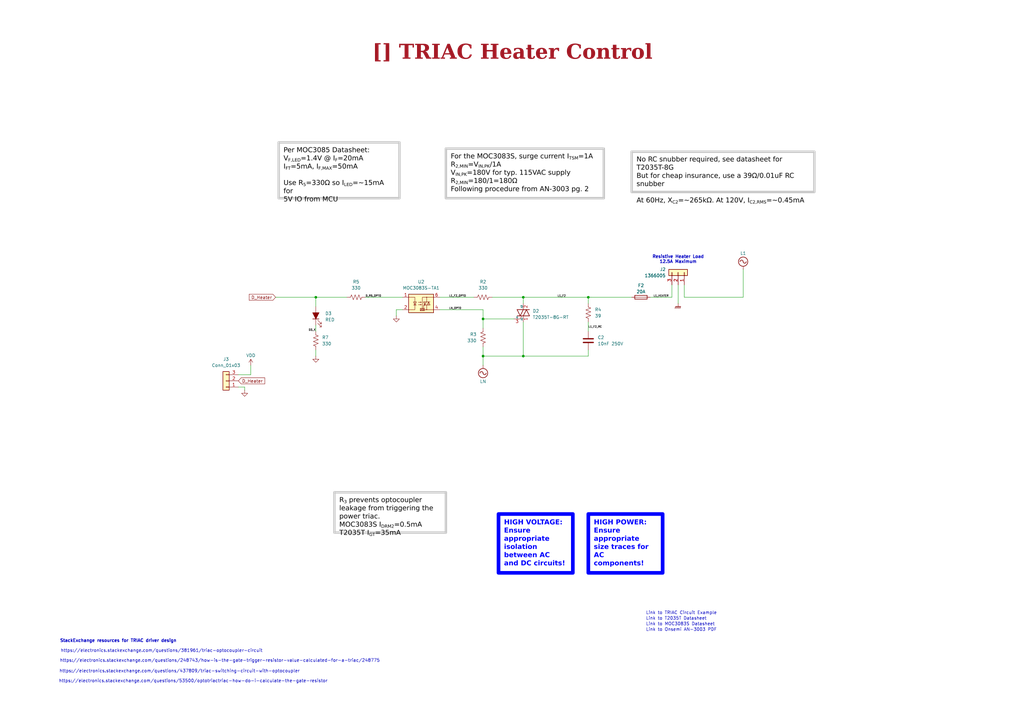
<source format=kicad_sch>
(kicad_sch (version 20250114) (generator "eeschema") (generator_version "9.0")
  (paper "A3")
  (title_block (title "TRIAC Heater Control") (date "2025-09-09") (rev "${REVISION}") (company "${COMPANY}"))
  (lib_symbols
    (symbol "Connector_Generic:Conn_01x03" (pin_names (offset 1.016) (hide yes))
      (property "Reference" "J" (at 0 5.08 0))
      (property "Value" "Conn_01x03" (at 0 -5.08 0))
      (symbol "Conn_01x03_1_1"
        (rectangle (start -1.27 3.81) (end 1.27 -3.81) (stroke (width 0.254)) (fill (type background)))
        (rectangle (start -1.27 2.667) (end 0 2.413) (stroke (width 0.1524)))
        (rectangle (start -1.27 0.127) (end 0 -0.127) (stroke (width 0.1524)))
        (rectangle (start -1.27 -2.413) (end 0 -2.667) (stroke (width 0.1524)))
        (pin passive line (at -5.08 2.54 0) (length 3.81) (name "Pin_1") (number "1"))
        (pin passive line (at -5.08 0 0) (length 3.81) (name "Pin_2") (number "2"))
        (pin passive line (at -5.08 -2.54 0) (length 3.81) (name "Pin_3") (number "3"))
      )
    )
    (symbol "Device:C" (pin_numbers (hide yes)) (pin_names (offset 0.254))
      (property "Reference" "C" (at 0.635 2.54 0))
      (property "Value" "C" (at 0.635 -2.54 0))
      (symbol "C_0_1"
        (polyline (pts (xy -2.032 0.762) (xy 2.032 0.762)) (stroke (width 0.508)))
        (polyline (pts (xy -2.032 -0.762) (xy 2.032 -0.762)) (stroke (width 0.508)))
      )
      (symbol "C_1_1"
        (pin passive line (at 0 3.81 270) (length 2.794) (name "~") (number "1"))
        (pin passive line (at 0 -3.81 90) (length 2.794) (name "~") (number "2"))
      )
    )
    (symbol "Device:Fuse" (pin_numbers (hide yes)) (pin_names (offset 0))
      (property "Reference" "F" (at 2.032 0 90))
      (property "Value" "Fuse" (at -1.905 0 90))
      (symbol "Fuse_0_1"
        (rectangle (start -0.762 -2.54) (end 0.762 2.54) (stroke (width 0.254)))
        (polyline (pts (xy 0 2.54) (xy 0 -2.54)))
      )
      (symbol "Fuse_1_1"
        (pin passive line (at 0 3.81 270) (length 1.27) (name "~") (number "1"))
        (pin passive line (at 0 -3.81 90) (length 1.27) (name "~") (number "2"))
      )
    )
    (symbol "Device:LED_Filled" (pin_numbers (hide yes)) (pin_names (offset 1.016) (hide yes))
      (property "Reference" "D" (at 0 2.54 0))
      (property "Value" "LED_Filled" (at 0 -2.54 0))
      (property "Sim.Pins" "1=K 2=A" (at 0 0 0))
      (symbol "LED_Filled_0_1"
        (polyline (pts (xy -3.048 -0.762) (xy -4.572 -2.286) (xy -3.81 -2.286) (xy -4.572 -2.286) (xy -4.572 -1.524)))
        (polyline (pts (xy -1.778 -0.762) (xy -3.302 -2.286) (xy -2.54 -2.286) (xy -3.302 -2.286) (xy -3.302 -1.524)))
        (polyline (pts (xy -1.27 0) (xy 1.27 0)))
        (polyline (pts (xy -1.27 -1.27) (xy -1.27 1.27)) (stroke (width 0.254)))
        (polyline (pts (xy 1.27 -1.27) (xy 1.27 1.27) (xy -1.27 0) (xy 1.27 -1.27)) (stroke (width 0.254)) (fill (type outline)))
      )
      (symbol "LED_Filled_1_1"
        (pin passive line (at -3.81 0 0) (length 2.54) (name "K") (number "1"))
        (pin passive line (at 3.81 0 180) (length 2.54) (name "A") (number "2"))
      )
    )
    (symbol "Device:R_US" (pin_numbers (hide yes)) (pin_names (offset 0))
      (property "Reference" "R" (at 2.54 0 90))
      (property "Value" "R_US" (at -2.54 0 90))
      (symbol "R_US_0_1"
        (polyline (pts (xy 0 2.286) (xy 0 2.54)))
        (polyline (pts (xy 0 2.286) (xy 1.016 1.905) (xy 0 1.524) (xy -1.016 1.143) (xy 0 0.762)))
        (polyline (pts (xy 0 0.762) (xy 1.016 0.381) (xy 0 0) (xy -1.016 -0.381) (xy 0 -0.762)))
        (polyline (pts (xy 0 -0.762) (xy 1.016 -1.143) (xy 0 -1.524) (xy -1.016 -1.905) (xy 0 -2.286)))
        (polyline (pts (xy 0 -2.286) (xy 0 -2.54)))
      )
      (symbol "R_US_1_1"
        (pin passive line (at 0 3.81 270) (length 1.27) (name "~") (number "1"))
        (pin passive line (at 0 -3.81 90) (length 1.27) (name "~") (number "2"))
      )
    )
    (symbol "Relay_SolidState:MOC3083M"
      (property "Reference" "U" (at -5.08 5.08 0))
      (property "Value" "MOC3083M" (at 0 5.08 0))
      (symbol "MOC3083M_0_0"
        (rectangle (start -0.381 -2.032) (end 1.397 -3.048))
        (polyline (pts (xy 1.524 -0.635) (xy 1.016 -1.016) (xy 1.016 -2.032)))
        (polyline (pts (xy 2.286 -2.54) (xy 1.397 -2.54)))
        (text "ZCD" (at 0.508 -2.54 0) (effects (font (size 0.508 0.508))))
      )
      (symbol "MOC3083M_0_1"
        (rectangle (start -5.08 3.81) (end 5.08 -3.81) (stroke (width 0.254)) (fill (type background)))
        (polyline (pts (xy -5.08 2.54) (xy -2.54 2.54) (xy -2.54 -2.54) (xy -5.08 -2.54)))
        (polyline (pts (xy -3.175 -0.635) (xy -1.905 -0.635)))
        (polyline (pts (xy -2.54 -0.635) (xy -3.175 0.635) (xy -1.905 0.635) (xy -2.54 -0.635)))
        (polyline (pts (xy -1.143 0.508) (xy 0.127 0.508) (xy -0.254 0.381) (xy -0.254 0.635) (xy 0.127 0.508)))
        (polyline (pts (xy -1.143 -0.508) (xy 0.127 -0.508) (xy -0.254 -0.635) (xy -0.254 -0.381) (xy 0.127 -0.508)))
        (polyline (pts (xy 0.889 -0.635) (xy 3.683 -0.635) (xy 3.048 0.635) (xy 2.413 -0.635)))
        (polyline (pts (xy 1.524 -0.635) (xy 1.524 0.635)))
        (polyline (pts (xy 2.286 2.54) (xy 0.508 2.54) (xy 0.508 -2.032)))
        (circle (center 2.286 2.54) (radius 0.127))
        (polyline (pts (xy 2.286 0.635) (xy 2.286 2.54) (xy 5.08 2.54)))
        (polyline (pts (xy 2.286 -0.635) (xy 2.286 -2.54) (xy 5.08 -2.54)))
        (circle (center 2.286 -2.54) (radius 0.127))
        (polyline (pts (xy 3.048 0.635) (xy 3.048 -0.635)))
        (polyline (pts (xy 3.683 0.635) (xy 0.889 0.635) (xy 1.524 -0.635) (xy 2.159 0.635)))
      )
      (symbol "MOC3083M_1_1"
        (pin passive line (at -7.62 2.54 0) (length 2.54) (name "~") (number "1"))
        (pin passive line (at -7.62 -2.54 0) (length 2.54) (name "~") (number "2"))
        (pin no_connect line (at -5.08 0 0) (length 2.54) (hide yes) (name "NC") (number "3"))
        (pin no_connect line (at 5.08 0 180) (length 2.54) (hide yes) (name "NC") (number "5"))
        (pin passive line (at 7.62 2.54 180) (length 2.54) (name "~") (number "6"))
        (pin passive line (at 7.62 -2.54 180) (length 2.54) (name "~") (number "4"))
      )
    )
    (symbol "Triac_Thyristor:Generic_Triac_A1A2G" (pin_names (offset 0))
      (property "Reference" "D" (at 3.175 0.635 0))
      (property "Value" "Generic_Triac_A1A2G" (at 3.175 -1.27 0))
      (symbol "Generic_Triac_A1A2G_0_1"
        (polyline (pts (xy -2.54 1.27) (xy 2.54 1.27)) (stroke (width 0.254)))
        (polyline (pts (xy -2.54 1.27) (xy -1.27 -1.27) (xy 0 1.27)) (stroke (width 0.254)))
        (polyline (pts (xy -2.54 -1.27) (xy 2.54 -1.27)) (stroke (width 0.254)))
        (polyline (pts (xy -1.27 -2.54) (xy -0.635 -1.27)))
        (polyline (pts (xy 0 -1.27) (xy 1.27 1.27) (xy 2.54 -1.27)) (stroke (width 0.254)))
      )
      (symbol "Generic_Triac_A1A2G_1_1"
        (pin input line (at -3.81 -2.54 0) (length 2.54) (name "G") (number "3"))
        (pin passive line (at 0 3.81 270) (length 2.54) (name "A2") (number "2"))
        (pin passive line (at 0 -3.81 90) (length 2.54) (name "A1") (number "1"))
      )
    )
    (symbol "power:AC" (power) (pin_numbers (hide yes)) (pin_names (offset 0) (hide yes))
      (property "Value" "AC" (at 0 6.35 0))
      (symbol "AC_0_1"
        (arc (start -1.27 3.175) (mid -0.635 3.8073) (end 0 3.175) (stroke (width 0.254)))
        (circle (center 0 3.175) (radius 1.905) (stroke (width 0.254)))
        (polyline (pts (xy 0 0) (xy 0 1.27)))
        (arc (start 1.27 3.175) (mid 0.635 2.5427) (end 0 3.175) (stroke (width 0.254)))
      )
      (symbol "AC_1_1"
        (pin power_in line (at 0 0 90) (length 0) (name "~") (number "1"))
      )
    )
    (symbol "power:GND" (power) (pin_numbers (hide yes)) (pin_names (offset 0) (hide yes))
      (property "Value" "GND" (at 0 -3.81 0))
      (symbol "GND_0_1"
        (polyline (pts (xy 0 0) (xy 0 -1.27) (xy 1.27 -1.27) (xy 0 -2.54) (xy -1.27 -1.27) (xy 0 -1.27)))
      )
      (symbol "GND_1_1"
        (pin power_in line (at 0 0 270) (length 0) (name "~") (number "1"))
      )
    )
    (symbol "power:GNDPWR" (power) (pin_numbers (hide yes)) (pin_names (offset 0) (hide yes))
      (property "Value" "GNDPWR" (at 0 -3.302 0))
      (symbol "GNDPWR_0_1"
        (polyline (pts (xy -1.016 -1.27) (xy -1.27 -2.032) (xy -1.27 -2.032)) (stroke (width 0.2032)))
        (polyline (pts (xy -0.508 -1.27) (xy -0.762 -2.032) (xy -0.762 -2.032)) (stroke (width 0.2032)))
        (polyline (pts (xy 0 -1.27) (xy 0 0)))
        (polyline (pts (xy 0 -1.27) (xy -0.254 -2.032) (xy -0.254 -2.032)) (stroke (width 0.2032)))
        (polyline (pts (xy 0.508 -1.27) (xy 0.254 -2.032) (xy 0.254 -2.032)) (stroke (width 0.2032)))
        (polyline (pts (xy 1.016 -1.27) (xy -1.016 -1.27) (xy -1.016 -1.27)) (stroke (width 0.2032)))
        (polyline (pts (xy 1.016 -1.27) (xy 0.762 -2.032) (xy 0.762 -2.032) (xy 0.762 -2.032)) (stroke (width 0.2032)))
      )
      (symbol "GNDPWR_1_1"
        (pin power_in line (at 0 0 270) (length 0) (name "~") (number "1"))
      )
    )
    (symbol "power:VDD" (power) (pin_numbers (hide yes)) (pin_names (offset 0) (hide yes))
      (property "Value" "VDD" (at 0 3.556 0))
      (symbol "VDD_0_1"
        (polyline (pts (xy -0.762 1.27) (xy 0 2.54)))
        (polyline (pts (xy 0 2.54) (xy 0.762 1.27)))
        (polyline (pts (xy 0 0) (xy 0 2.54)))
      )
      (symbol "VDD_1_1"
        (pin power_in line (at 0 0 90) (length 0) (name "~") (number "1"))
      )
    )
  )
  (text "https://electronics.stackexchange.com/questions/437809/triac-switching-circuit-with-optocoupler" (at 73.66 275.336 0) (effects (font (size 1.27 1.27))))
  (text "Link to TRIAC Circuit Example" (at 264.922 251.46 0) (effects (font (size 1.27 1.27)) (justify left)))
  (text "Link to Onsemi AN-3003 PDF" (at 264.922 258.318 0) (effects (font (size 1.27 1.27)) (justify left)))
  (text "Resistive Heater Load\n12.5A Maximum" (at 278.13 106.426 0) (effects (font (size 1.27 1.27) (thickness 0.254) (bold yes))))
  (text "Link to T2035T Datasheet" (at 264.922 253.746 0) (effects (font (size 1.27 1.27)) (justify left)))
  (text "https://electronics.stackexchange.com/questions/248743/how-is-the-gate-trigger-resistor-value-calculated-for-a-triac/248775" (at 90.17 271.018 0) (effects (font (size 1.27 1.27))))
  (text "Link to MOC3083S Datasheet" (at 264.922 256.032 0) (effects (font (size 1.27 1.27)) (justify left)))
  (text "https://electronics.stackexchange.com/questions/53500/optotriactriac-how-do-i-calculate-the-gate-resistor" (at 79.248 279.4 0) (effects (font (size 1.27 1.27))))
  (text "https://electronics.stackexchange.com/questions/381961/triac-optocoupler-circuit" (at 66.294 266.954 0) (effects (font (size 1.27 1.27))))
  (text "StackExchange resources for TRIAC driver design" (at 48.514 262.89 0) (effects (font (size 1.27 1.27) (thickness 0.254) (bold yes))))
  (text_box "Per MOC3085 Datasheet:\nV_{F,LED}=1.4V @ I_{F}=20mA\nI_{FT}=5mA, I_{F,MAX}=50mA\n\nUse R_{5}=330Ω so I_{LED}=~15mA for\n5V IO from MCU" (at 114.3 58.42 0) (size 49.53 22.86) (margins 2 2 2 2) (stroke (width 1) (color 200 200 200 1)) (effects (font (size 2 2)) (justify left top)))
  (text_box "HIGH VOLTAGE:\nEnsure appropriate isolation between AC and DC circuits!" (at 204.47 210.82 0) (size 30.48 24.13) (margins 2.25 2.25 2.25 2.25) (stroke (width 1.5) (color 0 0 255 1)) (effects (font (size 2 2) (thickness 0.4) (bold yes)) (justify left top)))
  (text_box "R_{3} prevents optocoupler leakage from triggering the power triac.\nMOC3083S I_{DRM2}=0.5mA\nT2035T I_{GT}=35mA" (at 137.16 201.93 0) (size 45.72 16.51) (margins 2 2 2 2) (stroke (width 1) (color 200 200 200 1)) (effects (font (size 2 2)) (justify left top)))
  (text_box "HIGH POWER:\nEnsure appropriate size traces for AC components!" (at 241.3 210.82 0) (size 30.48 24.13) (margins 2.25 2.25 2.25 2.25) (stroke (width 1.5) (color 0 0 255 1)) (effects (font (size 2 2) (thickness 0.4) (bold yes)) (justify left top)))
  (text_box "No RC snubber required, see datasheet for T2035T-8G\nBut for cheap insurance, use a 39Ω/0.01uF RC snubber\n\nAt 60Hz, X_{C2}=~265kΩ. At 120V, I_{C2,RMS}=~0.45mA\n" (at 259.08 62.23 0) (size 74.93 16.51) (margins 2 2 2 2) (stroke (width 1) (color 200 200 200 1)) (effects (font (size 2 2)) (justify left top)))
  (text_box "[${#}] ${TITLE}" (at 10.16 15.24 0) (size 400.05 12.7) (margins 4.4999 4.4999 4.4999 4.4999) (stroke (width -0.0001)) (effects (font (size 6 6) (thickness 1.2) (bold yes))))
  (text_box "For the MOC3083S, surge current I_{TSM}=1A\nR_{2,MIN}=V_{IN,PK}/1A\nV_{IN,PK}=180V for typ. 115VAC supply\nR_{2,MIN}=180/1=180Ω\nFollowing procedure from AN-3003 pg. 2" (at 182.88 60.96 0) (size 64.77 20.32) (margins 2 2 2 2) (stroke (width 1) (color 200 200 200 1)) (effects (font (size 2 2)) (justify left top)))
  (junction (at 198.12 146.05))
  (junction (at 198.12 130.81))
  (junction (at 214.63 146.05))
  (junction (at 241.3 121.92))
  (junction (at 214.63 121.92))
  (junction (at 129.54 121.92))
  (wire (pts (xy 198.12 146.05) (xy 198.12 149.86)))
  (wire (pts (xy 275.59 121.92) (xy 266.7 121.92)))
  (wire (pts (xy 162.56 127) (xy 162.56 129.54)))
  (wire (pts (xy 241.3 132.08) (xy 241.3 135.89)))
  (wire (pts (xy 165.1 127) (xy 162.56 127)))
  (wire (pts (xy 100.33 158.75) (xy 100.33 160.02)))
  (wire (pts (xy 198.12 130.81) (xy 198.12 134.62)))
  (wire (pts (xy 201.93 121.92) (xy 214.63 121.92)))
  (wire (pts (xy 129.54 143.51) (xy 129.54 146.05)))
  (wire (pts (xy 214.63 146.05) (xy 241.3 146.05)))
  (wire (pts (xy 241.3 124.46) (xy 241.3 121.92)))
  (wire (pts (xy 275.59 116.84) (xy 275.59 121.92)))
  (wire (pts (xy 180.34 121.92) (xy 194.31 121.92)))
  (wire (pts (xy 129.54 125.73) (xy 129.54 121.92)))
  (wire (pts (xy 149.86 121.92) (xy 165.1 121.92)))
  (wire (pts (xy 129.54 133.35) (xy 129.54 135.89)))
  (wire (pts (xy 214.63 124.46) (xy 214.63 121.92)))
  (wire (pts (xy 198.12 130.81) (xy 198.12 127)))
  (wire (pts (xy 129.54 121.92) (xy 142.24 121.92)))
  (wire (pts (xy 304.8 121.92) (xy 280.67 121.92)))
  (wire (pts (xy 214.63 121.92) (xy 241.3 121.92)))
  (wire (pts (xy 280.67 121.92) (xy 280.67 116.84)))
  (wire (pts (xy 113.03 121.92) (xy 129.54 121.92)))
  (wire (pts (xy 241.3 143.51) (xy 241.3 146.05)))
  (wire (pts (xy 241.3 121.92) (xy 259.08 121.92)))
  (wire (pts (xy 102.87 153.67) (xy 97.79 153.67)))
  (wire (pts (xy 102.87 149.86) (xy 102.87 153.67)))
  (wire (pts (xy 198.12 127) (xy 180.34 127)))
  (wire (pts (xy 198.12 146.05) (xy 214.63 146.05)))
  (wire (pts (xy 210.82 130.81) (xy 198.12 130.81)))
  (wire (pts (xy 198.12 146.05) (xy 198.12 142.24)))
  (wire (pts (xy 97.79 158.75) (xy 100.33 158.75)))
  (wire (pts (xy 278.13 116.84) (xy 278.13 124.46)))
  (wire (pts (xy 304.8 110.49) (xy 304.8 121.92)))
  (wire (pts (xy 214.63 132.08) (xy 214.63 146.05)))
  (label "L1_HEATER" (at 267.97 121.92 0) (effects (font (size 0.762 0.762))))
  (label "LN_OPTO" (at 184.15 127 0) (effects (font (size 0.762 0.762))))
  (label "L1_F2" (at 228.6 121.92 0) (effects (font (size 0.762 0.762))))
  (label "L1_F2_OPTO" (at 184.15 121.92 0) (effects (font (size 0.762 0.762))))
  (label "D_R5_OPTO" (at 149.86 121.92 0) (effects (font (size 0.762 0.762))))
  (label "D3_K" (at 129.54 135.89 180) (effects (font (size 0.762 0.762))))
  (label "L1_F2_RC" (at 241.3 134.62 0) (effects (font (size 0.762 0.762))))
  (global_label "D_Heater" (shape input) (at 97.79 156.21 0) (property "Intersheetrefs" "${INTERSHEET_REFS}" (effects (hide yes))))
  (global_label "D_Heater" (shape input) (at 113.03 121.92 180) (property "Intersheetrefs" "${INTERSHEET_REFS}" (effects (hide yes))))
  (symbol (lib_id "Device:R_US") (at 198.12 138.43 0) (mirror x) (unit 1)
    (property "Reference" "R3" (at 195.459 137.1599 0) (effects (justify right)))
    (property "Value" "330" (at 195.459 139.6999 0) (effects (justify right)))
    (property "Footprint" "Resistor_SMD:R_2512_6332Metric_Pad1.40x3.35mm_HandSolder" (effects (hide yes)))
    (property "Description" "Resistor, US symbol" (effects (hide yes)))
  )
  (symbol (lib_id "Device:C") (at 241.3 139.7 0) (unit 1)
    (property "Reference" "C2" (at 245.11 138.4299 0) (effects (justify left)))
    (property "Value" "10nF 250V" (at 245.11 140.9699 0) (effects (justify left)))
    (property "Footprint" "Capacitor_SMD:C_1812_4532Metric_Pad1.57x3.40mm_HandSolder" (effects (hide yes)))
    (property "Description" "Unpolarized capacitor" (effects (hide yes)))
  )
  (symbol (lib_id "Device:R_US") (at 241.3 128.27 180) (unit 1)
    (property "Reference" "R4" (at 243.961 126.9999 0) (effects (justify right)))
    (property "Value" "39" (at 243.961 129.5399 0) (effects (justify right)))
    (property "Footprint" "Resistor_SMD:R_2512_6332Metric_Pad1.40x3.35mm_HandSolder" (effects (hide yes)))
    (property "Description" "Resistor, US symbol" (effects (hide yes)))
  )
  (symbol (lib_id "Connector_Generic:Conn_01x03") (at 92.71 156.21 180) (unit 1)
    (property "Reference" "J3" (at 92.71 147.32 0))
    (property "Value" "Conn_01x03" (at 92.71 149.86 0))
    (property "Footprint" "Connector_JST:JST_PH_B3B-PH-K_1x03_P2.00mm_Vertical" (effects (hide yes)))
    (property "Description" "Generic connector, single row, 01x03, script generated (kicad-library-utils/schlib/autogen/connector/)" (effects (hide yes)))
  )
  (symbol (lib_id "power:GND") (at 162.56 129.54 0) (unit 1)
    (property "Reference" "#PWR09" (effects (hide yes)))
    (property "Value" "GND" (effects (hide yes)))
    (property "Description" "Power symbol creates a global label with name \"GND\" , ground" (effects (hide yes)))
  )
  (symbol (lib_id "Connector_Generic:Conn_01x03") (at 278.13 111.76 270) (mirror x) (unit 1)
    (property "Reference" "J2" (at 273.05 110.4899 90) (effects (justify right)))
    (property "Value" "1366005" (at 273.05 113.0299 90) (effects (justify right)))
    (property "Footprint" "PhoenixContact_SPTA:SPTA-THR 2.53-5.0 P26" (effects (hide yes)))
    (property "Description" "Generic connector, single row, 01x03, script generated (kicad-library-utils/schlib/autogen/connector/)" (effects (hide yes)))
  )
  (symbol (lib_id "Device:R_US") (at 129.54 139.7 0) (unit 1)
    (property "Reference" "R7" (at 132.08 138.4299 0) (effects (justify left)))
    (property "Value" "330" (at 132.08 140.9699 0) (effects (justify left)))
    (property "Footprint" "Resistor_SMD:R_0603_1608Metric_Pad0.98x0.95mm_HandSolder" (effects (hide yes)))
    (property "Description" "Resistor, US symbol" (effects (hide yes)))
  )
  (symbol (lib_id "Triac_Thyristor:Generic_Triac_A1A2G") (at 214.63 128.27 0) (unit 1)
    (property "Reference" "D2" (at 218.44 127.5714 0) (effects (justify left)))
    (property "Value" "T2035T-8G-RT" (at 218.44 130.1114 0) (effects (justify left)))
    (property "Footprint" "Package_TO_SOT_SMD:TO-263-2" (effects (hide yes)))
    (property "Description" "Triode for alternating current, anode1/anode2/gate" (effects (hide yes)))
  )
  (symbol (lib_id "power:GNDPWR") (at 278.13 124.46 0) (unit 1)
    (property "Reference" "#PWR06" (effects (hide yes)))
    (property "Value" "GNDPWR" (effects (hide yes)))
    (property "Description" "Power symbol creates a global label with name \"GNDPWR\" , global ground" (effects (hide yes)))
  )
  (symbol (lib_id "power:GND") (at 100.33 160.02 0) (unit 1)
    (property "Reference" "#PWR010" (effects (hide yes)))
    (property "Value" "GND" (effects (hide yes)))
    (property "Description" "Power symbol creates a global label with name \"GND\" , ground" (effects (hide yes)))
  )
  (symbol (lib_id "power:GND") (at 129.54 146.05 0) (unit 1)
    (property "Reference" "#PWR018" (effects (hide yes)))
    (property "Value" "GND" (effects (hide yes)))
    (property "Description" "Power symbol creates a global label with name \"GND\" , ground" (effects (hide yes)))
  )
  (symbol (lib_id "power:AC") (at 198.12 149.86 180) (unit 1)
    (property "Reference" "#PWR08" (effects (hide yes)))
    (property "Value" "LN" (at 198.12 156.464 0))
    (property "Description" "Power symbol creates a global label with name \"AC\"" (effects (hide yes)))
  )
  (symbol (lib_id "power:VDD") (at 102.87 149.86 0) (unit 1)
    (property "Reference" "#PWR012" (effects (hide yes)))
    (property "Value" "VDD" (at 102.87 145.796 0))
    (property "Description" "Power symbol creates a global label with name \"VDD\"" (effects (hide yes)))
  )
  (symbol (lib_id "Device:R_US") (at 146.05 121.92 90) (unit 1)
    (property "Reference" "R5" (at 146.05 115.57 90))
    (property "Value" "330" (at 146.05 118.11 90))
    (property "Footprint" "Resistor_SMD:R_0603_1608Metric_Pad0.98x0.95mm_HandSolder" (effects (hide yes)))
    (property "Description" "Resistor, US symbol" (effects (hide yes)))
  )
  (symbol (lib_id "Device:LED_Filled") (at 129.54 129.54 90) (unit 1)
    (property "Reference" "D3" (at 133.35 128.5874 90) (effects (justify right)))
    (property "Value" "RED" (at 133.35 131.1274 90) (effects (justify right)))
    (property "Footprint" "LED_SMD:LED_0603_1608Metric_Pad1.05x0.95mm_HandSolder" (effects (hide yes)))
    (property "Description" "Light emitting diode, filled shape" (effects (hide yes)))
  )
  (symbol (lib_id "Device:Fuse") (at 262.89 121.92 90) (unit 1)
    (property "Reference" "F2" (at 262.89 117.094 90))
    (property "Value" "20A" (at 262.89 119.634 90))
    (property "Footprint" "Fuse:Fuseholder_Clip-6.3x32mm_Littelfuse_122_Inline_P34.21x7.62mm_D2.54mm_Horizontal" (effects (hide yes)))
    (property "Description" "Fuse" (effects (hide yes)))
  )
  (symbol (lib_id "power:AC") (at 304.8 110.49 0) (unit 1)
    (property "Reference" "#PWR07" (effects (hide yes)))
    (property "Value" "L1" (at 304.8 103.886 0))
    (property "Description" "Power symbol creates a global label with name \"AC\"" (effects (hide yes)))
  )
  (symbol (lib_id "Device:R_US") (at 198.12 121.92 90) (unit 1)
    (property "Reference" "R2" (at 198.12 115.57 90))
    (property "Value" "330" (at 198.12 118.11 90))
    (property "Footprint" "Resistor_SMD:R_2512_6332Metric_Pad1.40x3.35mm_HandSolder" (effects (hide yes)))
    (property "Description" "Resistor, US symbol" (effects (hide yes)))
  )
  (symbol (lib_id "Relay_SolidState:MOC3083M") (at 172.72 124.46 0) (unit 1)
    (property "Reference" "U2" (at 172.72 115.57 0))
    (property "Value" "MOC3083S-TA1" (at 172.72 118.11 0))
    (property "Footprint" "Package_DIP:SMDIP-6_W9.53mm" (effects (hide yes)))
    (property "Datasheet" "https://www.onsemi.com/pub/Collateral/MOC3083M-D.PDF" (effects (hide yes)))
    (property "Description" "Zero Cross Opto-Triac, Vdrm 800V, Ift 5mA, DIP6" (effects (hide yes)))
  )
)
</source>
